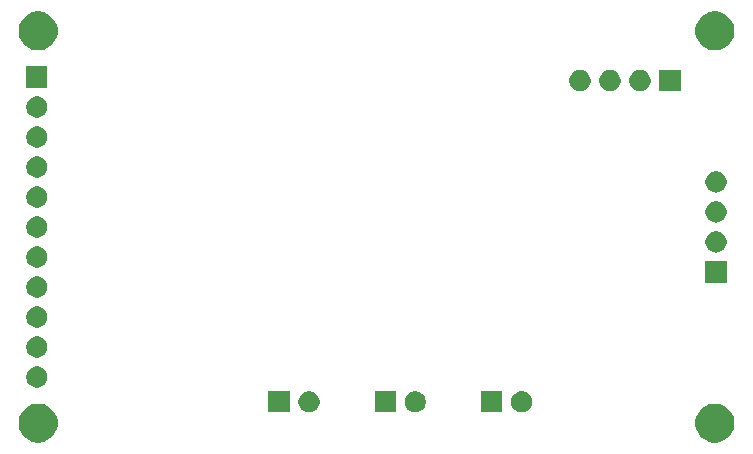
<source format=gbr>
G04 #@! TF.GenerationSoftware,KiCad,Pcbnew,(5.1.5-0-10_14)*
G04 #@! TF.CreationDate,2020-08-05T21:30:17+02:00*
G04 #@! TF.ProjectId,roxie-lcd,726f7869-652d-46c6-9364-2e6b69636164,rev?*
G04 #@! TF.SameCoordinates,Original*
G04 #@! TF.FileFunction,Soldermask,Bot*
G04 #@! TF.FilePolarity,Negative*
%FSLAX46Y46*%
G04 Gerber Fmt 4.6, Leading zero omitted, Abs format (unit mm)*
G04 Created by KiCad (PCBNEW (5.1.5-0-10_14)) date 2020-08-05 21:30:17*
%MOMM*%
%LPD*%
G04 APERTURE LIST*
%ADD10C,0.100000*%
G04 APERTURE END LIST*
D10*
G36*
X90275256Y-64191298D02*
G01*
X90381579Y-64212447D01*
X90682042Y-64336903D01*
X90952451Y-64517585D01*
X91182415Y-64747549D01*
X91363097Y-65017958D01*
X91487553Y-65318421D01*
X91551000Y-65637391D01*
X91551000Y-65962609D01*
X91487553Y-66281579D01*
X91363097Y-66582042D01*
X91182415Y-66852451D01*
X90952451Y-67082415D01*
X90682042Y-67263097D01*
X90381579Y-67387553D01*
X90275256Y-67408702D01*
X90062611Y-67451000D01*
X89737389Y-67451000D01*
X89524744Y-67408702D01*
X89418421Y-67387553D01*
X89117958Y-67263097D01*
X88847549Y-67082415D01*
X88617585Y-66852451D01*
X88436903Y-66582042D01*
X88312447Y-66281579D01*
X88249000Y-65962609D01*
X88249000Y-65637391D01*
X88312447Y-65318421D01*
X88436903Y-65017958D01*
X88617585Y-64747549D01*
X88847549Y-64517585D01*
X89117958Y-64336903D01*
X89418421Y-64212447D01*
X89524744Y-64191298D01*
X89737389Y-64149000D01*
X90062611Y-64149000D01*
X90275256Y-64191298D01*
G37*
G36*
X32975256Y-64191298D02*
G01*
X33081579Y-64212447D01*
X33382042Y-64336903D01*
X33652451Y-64517585D01*
X33882415Y-64747549D01*
X34063097Y-65017958D01*
X34187553Y-65318421D01*
X34251000Y-65637391D01*
X34251000Y-65962609D01*
X34187553Y-66281579D01*
X34063097Y-66582042D01*
X33882415Y-66852451D01*
X33652451Y-67082415D01*
X33382042Y-67263097D01*
X33081579Y-67387553D01*
X32975256Y-67408702D01*
X32762611Y-67451000D01*
X32437389Y-67451000D01*
X32224744Y-67408702D01*
X32118421Y-67387553D01*
X31817958Y-67263097D01*
X31547549Y-67082415D01*
X31317585Y-66852451D01*
X31136903Y-66582042D01*
X31012447Y-66281579D01*
X30949000Y-65962609D01*
X30949000Y-65637391D01*
X31012447Y-65318421D01*
X31136903Y-65017958D01*
X31317585Y-64747549D01*
X31547549Y-64517585D01*
X31817958Y-64336903D01*
X32118421Y-64212447D01*
X32224744Y-64191298D01*
X32437389Y-64149000D01*
X32762611Y-64149000D01*
X32975256Y-64191298D01*
G37*
G36*
X64653512Y-63103927D02*
G01*
X64802812Y-63133624D01*
X64966784Y-63201544D01*
X65114354Y-63300147D01*
X65239853Y-63425646D01*
X65338456Y-63573216D01*
X65406376Y-63737188D01*
X65441000Y-63911259D01*
X65441000Y-64088741D01*
X65406376Y-64262812D01*
X65338456Y-64426784D01*
X65239853Y-64574354D01*
X65114354Y-64699853D01*
X64966784Y-64798456D01*
X64802812Y-64866376D01*
X64653512Y-64896073D01*
X64628742Y-64901000D01*
X64451258Y-64901000D01*
X64426488Y-64896073D01*
X64277188Y-64866376D01*
X64113216Y-64798456D01*
X63965646Y-64699853D01*
X63840147Y-64574354D01*
X63741544Y-64426784D01*
X63673624Y-64262812D01*
X63639000Y-64088741D01*
X63639000Y-63911259D01*
X63673624Y-63737188D01*
X63741544Y-63573216D01*
X63840147Y-63425646D01*
X63965646Y-63300147D01*
X64113216Y-63201544D01*
X64277188Y-63133624D01*
X64426488Y-63103927D01*
X64451258Y-63099000D01*
X64628742Y-63099000D01*
X64653512Y-63103927D01*
G37*
G36*
X62901000Y-64901000D02*
G01*
X61099000Y-64901000D01*
X61099000Y-63099000D01*
X62901000Y-63099000D01*
X62901000Y-64901000D01*
G37*
G36*
X55653512Y-63103927D02*
G01*
X55802812Y-63133624D01*
X55966784Y-63201544D01*
X56114354Y-63300147D01*
X56239853Y-63425646D01*
X56338456Y-63573216D01*
X56406376Y-63737188D01*
X56441000Y-63911259D01*
X56441000Y-64088741D01*
X56406376Y-64262812D01*
X56338456Y-64426784D01*
X56239853Y-64574354D01*
X56114354Y-64699853D01*
X55966784Y-64798456D01*
X55802812Y-64866376D01*
X55653512Y-64896073D01*
X55628742Y-64901000D01*
X55451258Y-64901000D01*
X55426488Y-64896073D01*
X55277188Y-64866376D01*
X55113216Y-64798456D01*
X54965646Y-64699853D01*
X54840147Y-64574354D01*
X54741544Y-64426784D01*
X54673624Y-64262812D01*
X54639000Y-64088741D01*
X54639000Y-63911259D01*
X54673624Y-63737188D01*
X54741544Y-63573216D01*
X54840147Y-63425646D01*
X54965646Y-63300147D01*
X55113216Y-63201544D01*
X55277188Y-63133624D01*
X55426488Y-63103927D01*
X55451258Y-63099000D01*
X55628742Y-63099000D01*
X55653512Y-63103927D01*
G37*
G36*
X53901000Y-64901000D02*
G01*
X52099000Y-64901000D01*
X52099000Y-63099000D01*
X53901000Y-63099000D01*
X53901000Y-64901000D01*
G37*
G36*
X71901000Y-64901000D02*
G01*
X70099000Y-64901000D01*
X70099000Y-63099000D01*
X71901000Y-63099000D01*
X71901000Y-64901000D01*
G37*
G36*
X73653512Y-63103927D02*
G01*
X73802812Y-63133624D01*
X73966784Y-63201544D01*
X74114354Y-63300147D01*
X74239853Y-63425646D01*
X74338456Y-63573216D01*
X74406376Y-63737188D01*
X74441000Y-63911259D01*
X74441000Y-64088741D01*
X74406376Y-64262812D01*
X74338456Y-64426784D01*
X74239853Y-64574354D01*
X74114354Y-64699853D01*
X73966784Y-64798456D01*
X73802812Y-64866376D01*
X73653512Y-64896073D01*
X73628742Y-64901000D01*
X73451258Y-64901000D01*
X73426488Y-64896073D01*
X73277188Y-64866376D01*
X73113216Y-64798456D01*
X72965646Y-64699853D01*
X72840147Y-64574354D01*
X72741544Y-64426784D01*
X72673624Y-64262812D01*
X72639000Y-64088741D01*
X72639000Y-63911259D01*
X72673624Y-63737188D01*
X72741544Y-63573216D01*
X72840147Y-63425646D01*
X72965646Y-63300147D01*
X73113216Y-63201544D01*
X73277188Y-63133624D01*
X73426488Y-63103927D01*
X73451258Y-63099000D01*
X73628742Y-63099000D01*
X73653512Y-63103927D01*
G37*
G36*
X32613512Y-61003927D02*
G01*
X32762812Y-61033624D01*
X32926784Y-61101544D01*
X33074354Y-61200147D01*
X33199853Y-61325646D01*
X33298456Y-61473216D01*
X33366376Y-61637188D01*
X33401000Y-61811259D01*
X33401000Y-61988741D01*
X33366376Y-62162812D01*
X33298456Y-62326784D01*
X33199853Y-62474354D01*
X33074354Y-62599853D01*
X32926784Y-62698456D01*
X32762812Y-62766376D01*
X32613512Y-62796073D01*
X32588742Y-62801000D01*
X32411258Y-62801000D01*
X32386488Y-62796073D01*
X32237188Y-62766376D01*
X32073216Y-62698456D01*
X31925646Y-62599853D01*
X31800147Y-62474354D01*
X31701544Y-62326784D01*
X31633624Y-62162812D01*
X31599000Y-61988741D01*
X31599000Y-61811259D01*
X31633624Y-61637188D01*
X31701544Y-61473216D01*
X31800147Y-61325646D01*
X31925646Y-61200147D01*
X32073216Y-61101544D01*
X32237188Y-61033624D01*
X32386488Y-61003927D01*
X32411258Y-60999000D01*
X32588742Y-60999000D01*
X32613512Y-61003927D01*
G37*
G36*
X32613512Y-58463927D02*
G01*
X32762812Y-58493624D01*
X32926784Y-58561544D01*
X33074354Y-58660147D01*
X33199853Y-58785646D01*
X33298456Y-58933216D01*
X33366376Y-59097188D01*
X33401000Y-59271259D01*
X33401000Y-59448741D01*
X33366376Y-59622812D01*
X33298456Y-59786784D01*
X33199853Y-59934354D01*
X33074354Y-60059853D01*
X32926784Y-60158456D01*
X32762812Y-60226376D01*
X32613512Y-60256073D01*
X32588742Y-60261000D01*
X32411258Y-60261000D01*
X32386488Y-60256073D01*
X32237188Y-60226376D01*
X32073216Y-60158456D01*
X31925646Y-60059853D01*
X31800147Y-59934354D01*
X31701544Y-59786784D01*
X31633624Y-59622812D01*
X31599000Y-59448741D01*
X31599000Y-59271259D01*
X31633624Y-59097188D01*
X31701544Y-58933216D01*
X31800147Y-58785646D01*
X31925646Y-58660147D01*
X32073216Y-58561544D01*
X32237188Y-58493624D01*
X32386488Y-58463927D01*
X32411258Y-58459000D01*
X32588742Y-58459000D01*
X32613512Y-58463927D01*
G37*
G36*
X32613512Y-55923927D02*
G01*
X32762812Y-55953624D01*
X32926784Y-56021544D01*
X33074354Y-56120147D01*
X33199853Y-56245646D01*
X33298456Y-56393216D01*
X33366376Y-56557188D01*
X33401000Y-56731259D01*
X33401000Y-56908741D01*
X33366376Y-57082812D01*
X33298456Y-57246784D01*
X33199853Y-57394354D01*
X33074354Y-57519853D01*
X32926784Y-57618456D01*
X32762812Y-57686376D01*
X32613512Y-57716073D01*
X32588742Y-57721000D01*
X32411258Y-57721000D01*
X32386488Y-57716073D01*
X32237188Y-57686376D01*
X32073216Y-57618456D01*
X31925646Y-57519853D01*
X31800147Y-57394354D01*
X31701544Y-57246784D01*
X31633624Y-57082812D01*
X31599000Y-56908741D01*
X31599000Y-56731259D01*
X31633624Y-56557188D01*
X31701544Y-56393216D01*
X31800147Y-56245646D01*
X31925646Y-56120147D01*
X32073216Y-56021544D01*
X32237188Y-55953624D01*
X32386488Y-55923927D01*
X32411258Y-55919000D01*
X32588742Y-55919000D01*
X32613512Y-55923927D01*
G37*
G36*
X32613512Y-53383927D02*
G01*
X32762812Y-53413624D01*
X32926784Y-53481544D01*
X33074354Y-53580147D01*
X33199853Y-53705646D01*
X33298456Y-53853216D01*
X33366376Y-54017188D01*
X33401000Y-54191259D01*
X33401000Y-54368741D01*
X33366376Y-54542812D01*
X33298456Y-54706784D01*
X33199853Y-54854354D01*
X33074354Y-54979853D01*
X32926784Y-55078456D01*
X32762812Y-55146376D01*
X32613512Y-55176073D01*
X32588742Y-55181000D01*
X32411258Y-55181000D01*
X32386488Y-55176073D01*
X32237188Y-55146376D01*
X32073216Y-55078456D01*
X31925646Y-54979853D01*
X31800147Y-54854354D01*
X31701544Y-54706784D01*
X31633624Y-54542812D01*
X31599000Y-54368741D01*
X31599000Y-54191259D01*
X31633624Y-54017188D01*
X31701544Y-53853216D01*
X31800147Y-53705646D01*
X31925646Y-53580147D01*
X32073216Y-53481544D01*
X32237188Y-53413624D01*
X32386488Y-53383927D01*
X32411258Y-53379000D01*
X32588742Y-53379000D01*
X32613512Y-53383927D01*
G37*
G36*
X90901000Y-53901000D02*
G01*
X89099000Y-53901000D01*
X89099000Y-52099000D01*
X90901000Y-52099000D01*
X90901000Y-53901000D01*
G37*
G36*
X32613512Y-50843927D02*
G01*
X32762812Y-50873624D01*
X32926784Y-50941544D01*
X33074354Y-51040147D01*
X33199853Y-51165646D01*
X33298456Y-51313216D01*
X33366376Y-51477188D01*
X33401000Y-51651259D01*
X33401000Y-51828741D01*
X33366376Y-52002812D01*
X33298456Y-52166784D01*
X33199853Y-52314354D01*
X33074354Y-52439853D01*
X32926784Y-52538456D01*
X32762812Y-52606376D01*
X32613512Y-52636073D01*
X32588742Y-52641000D01*
X32411258Y-52641000D01*
X32386488Y-52636073D01*
X32237188Y-52606376D01*
X32073216Y-52538456D01*
X31925646Y-52439853D01*
X31800147Y-52314354D01*
X31701544Y-52166784D01*
X31633624Y-52002812D01*
X31599000Y-51828741D01*
X31599000Y-51651259D01*
X31633624Y-51477188D01*
X31701544Y-51313216D01*
X31800147Y-51165646D01*
X31925646Y-51040147D01*
X32073216Y-50941544D01*
X32237188Y-50873624D01*
X32386488Y-50843927D01*
X32411258Y-50839000D01*
X32588742Y-50839000D01*
X32613512Y-50843927D01*
G37*
G36*
X90113512Y-49563927D02*
G01*
X90262812Y-49593624D01*
X90426784Y-49661544D01*
X90574354Y-49760147D01*
X90699853Y-49885646D01*
X90798456Y-50033216D01*
X90866376Y-50197188D01*
X90901000Y-50371259D01*
X90901000Y-50548741D01*
X90866376Y-50722812D01*
X90798456Y-50886784D01*
X90699853Y-51034354D01*
X90574354Y-51159853D01*
X90426784Y-51258456D01*
X90262812Y-51326376D01*
X90113512Y-51356073D01*
X90088742Y-51361000D01*
X89911258Y-51361000D01*
X89886488Y-51356073D01*
X89737188Y-51326376D01*
X89573216Y-51258456D01*
X89425646Y-51159853D01*
X89300147Y-51034354D01*
X89201544Y-50886784D01*
X89133624Y-50722812D01*
X89099000Y-50548741D01*
X89099000Y-50371259D01*
X89133624Y-50197188D01*
X89201544Y-50033216D01*
X89300147Y-49885646D01*
X89425646Y-49760147D01*
X89573216Y-49661544D01*
X89737188Y-49593624D01*
X89886488Y-49563927D01*
X89911258Y-49559000D01*
X90088742Y-49559000D01*
X90113512Y-49563927D01*
G37*
G36*
X32613512Y-48303927D02*
G01*
X32762812Y-48333624D01*
X32926784Y-48401544D01*
X33074354Y-48500147D01*
X33199853Y-48625646D01*
X33298456Y-48773216D01*
X33366376Y-48937188D01*
X33401000Y-49111259D01*
X33401000Y-49288741D01*
X33366376Y-49462812D01*
X33298456Y-49626784D01*
X33199853Y-49774354D01*
X33074354Y-49899853D01*
X32926784Y-49998456D01*
X32762812Y-50066376D01*
X32613512Y-50096073D01*
X32588742Y-50101000D01*
X32411258Y-50101000D01*
X32386488Y-50096073D01*
X32237188Y-50066376D01*
X32073216Y-49998456D01*
X31925646Y-49899853D01*
X31800147Y-49774354D01*
X31701544Y-49626784D01*
X31633624Y-49462812D01*
X31599000Y-49288741D01*
X31599000Y-49111259D01*
X31633624Y-48937188D01*
X31701544Y-48773216D01*
X31800147Y-48625646D01*
X31925646Y-48500147D01*
X32073216Y-48401544D01*
X32237188Y-48333624D01*
X32386488Y-48303927D01*
X32411258Y-48299000D01*
X32588742Y-48299000D01*
X32613512Y-48303927D01*
G37*
G36*
X90113512Y-47023927D02*
G01*
X90262812Y-47053624D01*
X90426784Y-47121544D01*
X90574354Y-47220147D01*
X90699853Y-47345646D01*
X90798456Y-47493216D01*
X90866376Y-47657188D01*
X90901000Y-47831259D01*
X90901000Y-48008741D01*
X90866376Y-48182812D01*
X90798456Y-48346784D01*
X90699853Y-48494354D01*
X90574354Y-48619853D01*
X90426784Y-48718456D01*
X90262812Y-48786376D01*
X90113512Y-48816073D01*
X90088742Y-48821000D01*
X89911258Y-48821000D01*
X89886488Y-48816073D01*
X89737188Y-48786376D01*
X89573216Y-48718456D01*
X89425646Y-48619853D01*
X89300147Y-48494354D01*
X89201544Y-48346784D01*
X89133624Y-48182812D01*
X89099000Y-48008741D01*
X89099000Y-47831259D01*
X89133624Y-47657188D01*
X89201544Y-47493216D01*
X89300147Y-47345646D01*
X89425646Y-47220147D01*
X89573216Y-47121544D01*
X89737188Y-47053624D01*
X89886488Y-47023927D01*
X89911258Y-47019000D01*
X90088742Y-47019000D01*
X90113512Y-47023927D01*
G37*
G36*
X32613512Y-45763927D02*
G01*
X32762812Y-45793624D01*
X32926784Y-45861544D01*
X33074354Y-45960147D01*
X33199853Y-46085646D01*
X33298456Y-46233216D01*
X33366376Y-46397188D01*
X33401000Y-46571259D01*
X33401000Y-46748741D01*
X33366376Y-46922812D01*
X33298456Y-47086784D01*
X33199853Y-47234354D01*
X33074354Y-47359853D01*
X32926784Y-47458456D01*
X32762812Y-47526376D01*
X32613512Y-47556073D01*
X32588742Y-47561000D01*
X32411258Y-47561000D01*
X32386488Y-47556073D01*
X32237188Y-47526376D01*
X32073216Y-47458456D01*
X31925646Y-47359853D01*
X31800147Y-47234354D01*
X31701544Y-47086784D01*
X31633624Y-46922812D01*
X31599000Y-46748741D01*
X31599000Y-46571259D01*
X31633624Y-46397188D01*
X31701544Y-46233216D01*
X31800147Y-46085646D01*
X31925646Y-45960147D01*
X32073216Y-45861544D01*
X32237188Y-45793624D01*
X32386488Y-45763927D01*
X32411258Y-45759000D01*
X32588742Y-45759000D01*
X32613512Y-45763927D01*
G37*
G36*
X90113512Y-44483927D02*
G01*
X90262812Y-44513624D01*
X90426784Y-44581544D01*
X90574354Y-44680147D01*
X90699853Y-44805646D01*
X90798456Y-44953216D01*
X90866376Y-45117188D01*
X90901000Y-45291259D01*
X90901000Y-45468741D01*
X90866376Y-45642812D01*
X90798456Y-45806784D01*
X90699853Y-45954354D01*
X90574354Y-46079853D01*
X90426784Y-46178456D01*
X90262812Y-46246376D01*
X90113512Y-46276073D01*
X90088742Y-46281000D01*
X89911258Y-46281000D01*
X89886488Y-46276073D01*
X89737188Y-46246376D01*
X89573216Y-46178456D01*
X89425646Y-46079853D01*
X89300147Y-45954354D01*
X89201544Y-45806784D01*
X89133624Y-45642812D01*
X89099000Y-45468741D01*
X89099000Y-45291259D01*
X89133624Y-45117188D01*
X89201544Y-44953216D01*
X89300147Y-44805646D01*
X89425646Y-44680147D01*
X89573216Y-44581544D01*
X89737188Y-44513624D01*
X89886488Y-44483927D01*
X89911258Y-44479000D01*
X90088742Y-44479000D01*
X90113512Y-44483927D01*
G37*
G36*
X32613512Y-43223927D02*
G01*
X32762812Y-43253624D01*
X32926784Y-43321544D01*
X33074354Y-43420147D01*
X33199853Y-43545646D01*
X33298456Y-43693216D01*
X33366376Y-43857188D01*
X33401000Y-44031259D01*
X33401000Y-44208741D01*
X33366376Y-44382812D01*
X33298456Y-44546784D01*
X33199853Y-44694354D01*
X33074354Y-44819853D01*
X32926784Y-44918456D01*
X32762812Y-44986376D01*
X32613512Y-45016073D01*
X32588742Y-45021000D01*
X32411258Y-45021000D01*
X32386488Y-45016073D01*
X32237188Y-44986376D01*
X32073216Y-44918456D01*
X31925646Y-44819853D01*
X31800147Y-44694354D01*
X31701544Y-44546784D01*
X31633624Y-44382812D01*
X31599000Y-44208741D01*
X31599000Y-44031259D01*
X31633624Y-43857188D01*
X31701544Y-43693216D01*
X31800147Y-43545646D01*
X31925646Y-43420147D01*
X32073216Y-43321544D01*
X32237188Y-43253624D01*
X32386488Y-43223927D01*
X32411258Y-43219000D01*
X32588742Y-43219000D01*
X32613512Y-43223927D01*
G37*
G36*
X32613512Y-40683927D02*
G01*
X32762812Y-40713624D01*
X32926784Y-40781544D01*
X33074354Y-40880147D01*
X33199853Y-41005646D01*
X33298456Y-41153216D01*
X33366376Y-41317188D01*
X33401000Y-41491259D01*
X33401000Y-41668741D01*
X33366376Y-41842812D01*
X33298456Y-42006784D01*
X33199853Y-42154354D01*
X33074354Y-42279853D01*
X32926784Y-42378456D01*
X32762812Y-42446376D01*
X32613512Y-42476073D01*
X32588742Y-42481000D01*
X32411258Y-42481000D01*
X32386488Y-42476073D01*
X32237188Y-42446376D01*
X32073216Y-42378456D01*
X31925646Y-42279853D01*
X31800147Y-42154354D01*
X31701544Y-42006784D01*
X31633624Y-41842812D01*
X31599000Y-41668741D01*
X31599000Y-41491259D01*
X31633624Y-41317188D01*
X31701544Y-41153216D01*
X31800147Y-41005646D01*
X31925646Y-40880147D01*
X32073216Y-40781544D01*
X32237188Y-40713624D01*
X32386488Y-40683927D01*
X32411258Y-40679000D01*
X32588742Y-40679000D01*
X32613512Y-40683927D01*
G37*
G36*
X32613512Y-38143927D02*
G01*
X32762812Y-38173624D01*
X32926784Y-38241544D01*
X33074354Y-38340147D01*
X33199853Y-38465646D01*
X33298456Y-38613216D01*
X33366376Y-38777188D01*
X33401000Y-38951259D01*
X33401000Y-39128741D01*
X33366376Y-39302812D01*
X33298456Y-39466784D01*
X33199853Y-39614354D01*
X33074354Y-39739853D01*
X32926784Y-39838456D01*
X32762812Y-39906376D01*
X32613512Y-39936073D01*
X32588742Y-39941000D01*
X32411258Y-39941000D01*
X32386488Y-39936073D01*
X32237188Y-39906376D01*
X32073216Y-39838456D01*
X31925646Y-39739853D01*
X31800147Y-39614354D01*
X31701544Y-39466784D01*
X31633624Y-39302812D01*
X31599000Y-39128741D01*
X31599000Y-38951259D01*
X31633624Y-38777188D01*
X31701544Y-38613216D01*
X31800147Y-38465646D01*
X31925646Y-38340147D01*
X32073216Y-38241544D01*
X32237188Y-38173624D01*
X32386488Y-38143927D01*
X32411258Y-38139000D01*
X32588742Y-38139000D01*
X32613512Y-38143927D01*
G37*
G36*
X78593512Y-35903927D02*
G01*
X78742812Y-35933624D01*
X78906784Y-36001544D01*
X79054354Y-36100147D01*
X79179853Y-36225646D01*
X79278456Y-36373216D01*
X79346376Y-36537188D01*
X79381000Y-36711259D01*
X79381000Y-36888741D01*
X79346376Y-37062812D01*
X79278456Y-37226784D01*
X79179853Y-37374354D01*
X79054354Y-37499853D01*
X78906784Y-37598456D01*
X78742812Y-37666376D01*
X78593512Y-37696073D01*
X78568742Y-37701000D01*
X78391258Y-37701000D01*
X78366488Y-37696073D01*
X78217188Y-37666376D01*
X78053216Y-37598456D01*
X77905646Y-37499853D01*
X77780147Y-37374354D01*
X77681544Y-37226784D01*
X77613624Y-37062812D01*
X77579000Y-36888741D01*
X77579000Y-36711259D01*
X77613624Y-36537188D01*
X77681544Y-36373216D01*
X77780147Y-36225646D01*
X77905646Y-36100147D01*
X78053216Y-36001544D01*
X78217188Y-35933624D01*
X78366488Y-35903927D01*
X78391258Y-35899000D01*
X78568742Y-35899000D01*
X78593512Y-35903927D01*
G37*
G36*
X81133512Y-35903927D02*
G01*
X81282812Y-35933624D01*
X81446784Y-36001544D01*
X81594354Y-36100147D01*
X81719853Y-36225646D01*
X81818456Y-36373216D01*
X81886376Y-36537188D01*
X81921000Y-36711259D01*
X81921000Y-36888741D01*
X81886376Y-37062812D01*
X81818456Y-37226784D01*
X81719853Y-37374354D01*
X81594354Y-37499853D01*
X81446784Y-37598456D01*
X81282812Y-37666376D01*
X81133512Y-37696073D01*
X81108742Y-37701000D01*
X80931258Y-37701000D01*
X80906488Y-37696073D01*
X80757188Y-37666376D01*
X80593216Y-37598456D01*
X80445646Y-37499853D01*
X80320147Y-37374354D01*
X80221544Y-37226784D01*
X80153624Y-37062812D01*
X80119000Y-36888741D01*
X80119000Y-36711259D01*
X80153624Y-36537188D01*
X80221544Y-36373216D01*
X80320147Y-36225646D01*
X80445646Y-36100147D01*
X80593216Y-36001544D01*
X80757188Y-35933624D01*
X80906488Y-35903927D01*
X80931258Y-35899000D01*
X81108742Y-35899000D01*
X81133512Y-35903927D01*
G37*
G36*
X83673512Y-35903927D02*
G01*
X83822812Y-35933624D01*
X83986784Y-36001544D01*
X84134354Y-36100147D01*
X84259853Y-36225646D01*
X84358456Y-36373216D01*
X84426376Y-36537188D01*
X84461000Y-36711259D01*
X84461000Y-36888741D01*
X84426376Y-37062812D01*
X84358456Y-37226784D01*
X84259853Y-37374354D01*
X84134354Y-37499853D01*
X83986784Y-37598456D01*
X83822812Y-37666376D01*
X83673512Y-37696073D01*
X83648742Y-37701000D01*
X83471258Y-37701000D01*
X83446488Y-37696073D01*
X83297188Y-37666376D01*
X83133216Y-37598456D01*
X82985646Y-37499853D01*
X82860147Y-37374354D01*
X82761544Y-37226784D01*
X82693624Y-37062812D01*
X82659000Y-36888741D01*
X82659000Y-36711259D01*
X82693624Y-36537188D01*
X82761544Y-36373216D01*
X82860147Y-36225646D01*
X82985646Y-36100147D01*
X83133216Y-36001544D01*
X83297188Y-35933624D01*
X83446488Y-35903927D01*
X83471258Y-35899000D01*
X83648742Y-35899000D01*
X83673512Y-35903927D01*
G37*
G36*
X87001000Y-37701000D02*
G01*
X85199000Y-37701000D01*
X85199000Y-35899000D01*
X87001000Y-35899000D01*
X87001000Y-37701000D01*
G37*
G36*
X33401000Y-37401000D02*
G01*
X31599000Y-37401000D01*
X31599000Y-35599000D01*
X33401000Y-35599000D01*
X33401000Y-37401000D01*
G37*
G36*
X90275256Y-30991298D02*
G01*
X90381579Y-31012447D01*
X90682042Y-31136903D01*
X90952451Y-31317585D01*
X91182415Y-31547549D01*
X91363097Y-31817958D01*
X91487553Y-32118421D01*
X91551000Y-32437391D01*
X91551000Y-32762609D01*
X91487553Y-33081579D01*
X91363097Y-33382042D01*
X91182415Y-33652451D01*
X90952451Y-33882415D01*
X90682042Y-34063097D01*
X90381579Y-34187553D01*
X90275256Y-34208702D01*
X90062611Y-34251000D01*
X89737389Y-34251000D01*
X89524744Y-34208702D01*
X89418421Y-34187553D01*
X89117958Y-34063097D01*
X88847549Y-33882415D01*
X88617585Y-33652451D01*
X88436903Y-33382042D01*
X88312447Y-33081579D01*
X88249000Y-32762609D01*
X88249000Y-32437391D01*
X88312447Y-32118421D01*
X88436903Y-31817958D01*
X88617585Y-31547549D01*
X88847549Y-31317585D01*
X89117958Y-31136903D01*
X89418421Y-31012447D01*
X89524744Y-30991298D01*
X89737389Y-30949000D01*
X90062611Y-30949000D01*
X90275256Y-30991298D01*
G37*
G36*
X32975256Y-30991298D02*
G01*
X33081579Y-31012447D01*
X33382042Y-31136903D01*
X33652451Y-31317585D01*
X33882415Y-31547549D01*
X34063097Y-31817958D01*
X34187553Y-32118421D01*
X34251000Y-32437391D01*
X34251000Y-32762609D01*
X34187553Y-33081579D01*
X34063097Y-33382042D01*
X33882415Y-33652451D01*
X33652451Y-33882415D01*
X33382042Y-34063097D01*
X33081579Y-34187553D01*
X32975256Y-34208702D01*
X32762611Y-34251000D01*
X32437389Y-34251000D01*
X32224744Y-34208702D01*
X32118421Y-34187553D01*
X31817958Y-34063097D01*
X31547549Y-33882415D01*
X31317585Y-33652451D01*
X31136903Y-33382042D01*
X31012447Y-33081579D01*
X30949000Y-32762609D01*
X30949000Y-32437391D01*
X31012447Y-32118421D01*
X31136903Y-31817958D01*
X31317585Y-31547549D01*
X31547549Y-31317585D01*
X31817958Y-31136903D01*
X32118421Y-31012447D01*
X32224744Y-30991298D01*
X32437389Y-30949000D01*
X32762611Y-30949000D01*
X32975256Y-30991298D01*
G37*
M02*

</source>
